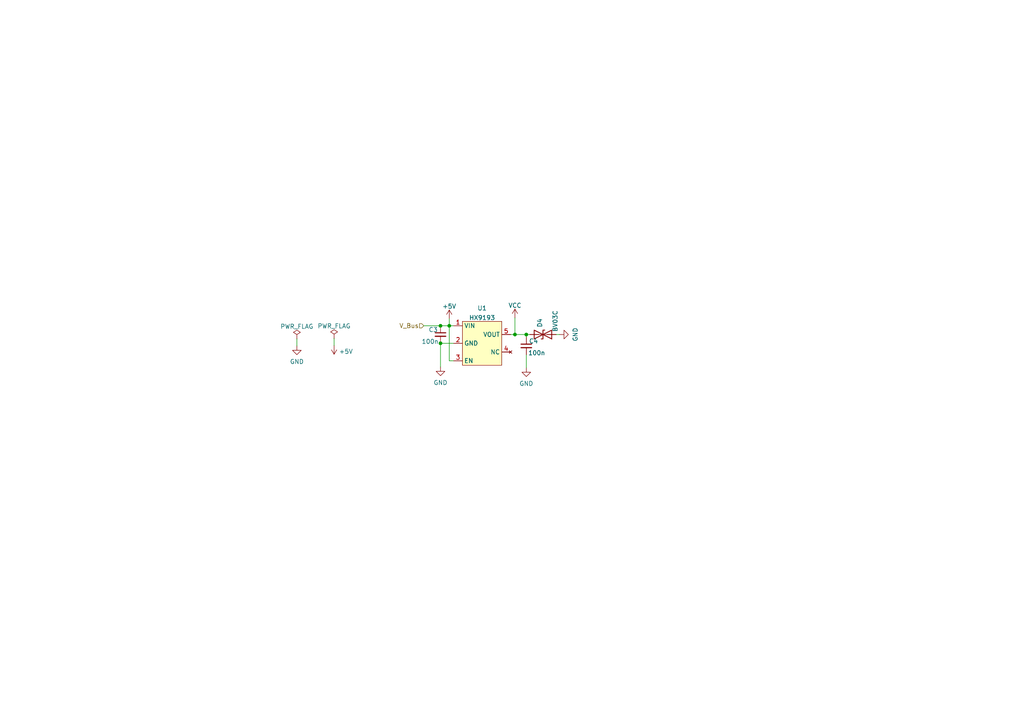
<source format=kicad_sch>
(kicad_sch (version 20230121) (generator eeschema)
  (paper "A4")
  (lib_symbols
    (symbol "Device:C_Small" (pin_numbers hide) (pin_names (offset 0.254) hide)
      (property "Reference" "C" (at 0.254 1.778 0))
      (property "Value" "C_Small" (at 0.254 -2.032 0))
      (symbol "C_Small_0_1"
        (polyline (pts (xy -1.524 -0.508) (xy 1.524 -0.508)) (stroke (width 0.3302)))
        (polyline (pts (xy -1.524 0.508) (xy 1.524 0.508)) (stroke (width 0.3048)))
      )
      (symbol "C_Small_1_1"
        (pin passive line (at 0 2.54 270) (length 2.032) (name "~") (number "1"))
        (pin passive line (at 0 -2.54 90) (length 2.032) (name "~") (number "2"))
      )
    )
    (symbol "Device:D_TVS" (pin_numbers hide) (pin_names (offset 1.016) hide)
      (property "Reference" "D" (at 0 2.54 0))
      (property "Value" "D_TVS" (at 0 -2.54 0))
      (symbol "D_TVS_0_1"
        (polyline (pts (xy 1.27 0) (xy -1.27 0)))
        (polyline (pts (xy 0.508 1.27) (xy 0 1.27) (xy 0 -1.27) (xy -0.508 -1.27)) (stroke (width 0.254)))
        (polyline (pts (xy -2.54 1.27) (xy -2.54 -1.27) (xy 2.54 1.27) (xy 2.54 -1.27) (xy -2.54 1.27)) (stroke (width 0.254)))
      )
      (symbol "D_TVS_1_1"
        (pin passive line (at -3.81 0 0) (length 2.54) (name "A1") (number "1"))
        (pin passive line (at 3.81 0 180) (length 2.54) (name "A2") (number "2"))
      )
    )
    (symbol "My_Library:HX9193"
      (property "Reference" "U" (at -5.08 7.62 0))
      (property "Value" "HX9193" (at 6.35 7.62 0))
      (symbol "HX9193_0_1"
        (rectangle (start -6.35 6.35) (end 5.08 -6.35) (fill (type background)))
      )
      (symbol "HX9193_1_1"
        (pin power_in line (at -8.89 5.08 0) (length 2.54) (name "VIN") (number "1"))
        (pin passive line (at -8.89 0 0) (length 2.54) (name "GND") (number "2"))
        (pin input line (at -8.89 -5.08 0) (length 2.54) (name "EN") (number "3"))
        (pin no_connect line (at 7.62 -2.54 180) (length 2.54) (name "NC") (number "4"))
        (pin power_out line (at 7.62 2.54 180) (length 2.54) (name "VOUT") (number "5"))
      )
    )
    (symbol "power:+5V" (power) (pin_names (offset 0))
      (property "Value" "+5V" (at 0 3.556 0))
      (symbol "+5V_0_1"
        (polyline (pts (xy -0.762 1.27) (xy 0 2.54)))
        (polyline (pts (xy 0 0) (xy 0 2.54)))
        (polyline (pts (xy 0 2.54) (xy 0.762 1.27)))
      )
      (symbol "+5V_1_1"
        (pin power_in line (at 0 0 90) (length 0) hide (name "+5V") (number "1"))
      )
    )
    (symbol "power:GND" (power) (pin_names (offset 0))
      (property "Value" "GND" (at 0 -3.81 0))
      (symbol "GND_0_1"
        (polyline (pts (xy 0 0) (xy 0 -1.27) (xy 1.27 -1.27) (xy 0 -2.54) (xy -1.27 -1.27) (xy 0 -1.27)))
      )
      (symbol "GND_1_1"
        (pin power_in line (at 0 0 270) (length 0) hide (name "GND") (number "1"))
      )
    )
    (symbol "power:PWR_FLAG" (power) (pin_numbers hide) (pin_names (offset 0) hide)
      (property "Value" "PWR_FLAG" (at 0 3.81 0))
      (symbol "PWR_FLAG_0_0"
        (pin power_out line (at 0 0 90) (length 0) (name "pwr") (number "1"))
      )
      (symbol "PWR_FLAG_0_1"
        (polyline (pts (xy 0 0) (xy 0 1.27) (xy -1.016 1.905) (xy 0 2.54) (xy 1.016 1.905) (xy 0 1.27)))
      )
    )
    (symbol "power:VCC" (power) (pin_names (offset 0))
      (property "Value" "VCC" (at 0 3.81 0))
      (symbol "VCC_0_1"
        (polyline (pts (xy -0.762 1.27) (xy 0 2.54)))
        (polyline (pts (xy 0 0) (xy 0 2.54)))
        (polyline (pts (xy 0 2.54) (xy 0.762 1.27)))
      )
      (symbol "VCC_1_1"
        (pin power_in line (at 0 0 90) (length 0) hide (name "VCC") (number "1"))
      )
    )
  )
  (junction (at 130.302 94.488))
  (junction (at 127.762 94.488))
  (junction (at 149.352 97.028))
  (junction (at 152.654 97.028))
  (junction (at 127.762 99.568))
  (wire (pts (xy 161.29 97.028) (xy 162.306 97.028)))
  (wire (pts (xy 130.302 92.456) (xy 130.302 94.488)))
  (wire (pts (xy 149.352 97.028) (xy 148.082 97.028)))
  (wire (pts (xy 152.654 102.87) (xy 152.654 106.68)))
  (wire (pts (xy 131.572 99.568) (xy 127.762 99.568)))
  (wire (pts (xy 130.302 104.648) (xy 130.302 94.488)))
  (wire (pts (xy 127.762 94.488) (xy 130.302 94.488)))
  (wire (pts (xy 130.302 94.488) (xy 131.572 94.488)))
  (wire (pts (xy 86.106 98.298) (xy 86.106 100.33)))
  (wire (pts (xy 149.352 97.028) (xy 152.654 97.028)))
  (wire (pts (xy 127.762 99.568) (xy 127.762 106.426)))
  (wire (pts (xy 96.901 98.171) (xy 96.901 100.203)))
  (wire (pts (xy 152.654 97.028) (xy 152.654 97.79)))
  (wire (pts (xy 131.572 104.648) (xy 130.302 104.648)))
  (wire (pts (xy 149.352 92.202) (xy 149.352 97.028)))
  (wire (pts (xy 152.654 97.028) (xy 153.67 97.028)))
  (wire (pts (xy 122.936 94.488) (xy 127.762 94.488)))
  (hierarchical_label "V_Bus" (shape input) (at 122.936 94.488 180))
  (symbol (lib_id "power:GND") (at 86.106 100.33 0) (unit 1)
    (property "Reference" "#PWR012" (effects hide))
    (property "Value" "GND" (at 86.106 104.8925 0))
  )
  (symbol (lib_id "Device:C_Small") (at 152.654 100.33 0) (mirror y) (unit 1)
    (property "Reference" "C4" (at 153.416 98.933 0) (effects (justify right)))
    (property "Value" "100n" (at 153.162 102.362 0) (effects (justify right)))
    (property "Footprint" "Capacitor_SMD:C_0603_1608Metric" (effects hide))
  )
  (symbol (lib_id "Device:C_Small") (at 127.762 97.028 0) (unit 1)
    (property "Reference" "C3" (at 127 95.631 0) (effects (justify right)))
    (property "Value" "100n" (at 127.254 99.06 0) (effects (justify right)))
    (property "Footprint" "Capacitor_SMD:C_0603_1608Metric" (effects hide))
  )
  (symbol (lib_id "power:PWR_FLAG") (at 86.106 98.298 0) (unit 1)
    (property "Reference" "#FLG02" (effects hide))
    (property "Value" "PWR_FLAG" (at 86.106 94.6935 0))
  )
  (symbol (lib_id "power:VCC") (at 149.352 92.202 0) (unit 1)
    (property "Reference" "#PWR09" (effects hide))
    (property "Value" "VCC" (at 149.352 88.5975 0))
  )
  (symbol (lib_id "My_Library:HX9193") (at 140.462 99.568 0) (unit 1)
    (property "Reference" "U1" (at 139.827 89.3785 0))
    (property "Value" "HX9193" (at 139.827 92.1536 0))
    (property "Footprint" "Package_TO_SOT_SMD:SOT-23-5_HandSoldering" (effects hide))
    (property "Datasheet" "https://item.szlcsc.com/280543.html" (effects hide))
  )
  (symbol (lib_id "power:PWR_FLAG") (at 96.901 98.171 0) (unit 1)
    (property "Reference" "#FLG01" (effects hide))
    (property "Value" "PWR_FLAG" (at 96.901 94.5665 0))
  )
  (symbol (lib_id "power:GND") (at 127.762 106.426 0) (unit 1)
    (property "Reference" "#PWR013" (effects hide))
    (property "Value" "GND" (at 127.762 110.9885 0))
  )
  (symbol (lib_id "power:GND") (at 162.306 97.028 90) (unit 1)
    (property "Reference" "#PWR06" (effects hide))
    (property "Value" "GND" (at 166.8685 97.028 0))
    (instances (project "USB2CAN" (path "" (reference "#PWR06") (unit 1)) (path "" (reference "#PWR0123") (unit 1))))
  )
  (symbol (lib_id "power:+5V") (at 96.901 100.203 180) (unit 1)
    (property "Reference" "#PWR011" (effects hide))
    (property "Value" "+5V" (at 98.298 101.952 0) (effects (justify right)))
  )
  (symbol (lib_id "power:GND") (at 152.654 106.68 0) (unit 1)
    (property "Reference" "#PWR014" (effects hide))
    (property "Value" "GND" (at 152.654 111.2425 0))
  )
  (symbol (lib_id "Device:D_TVS") (at 157.48 97.028 180) (unit 1)
    (property "Reference" "D4" (at 156.5715 94.996 90) (effects (justify right)))
    (property "Value" "BV03C" (at 161.036 96.266 90) (effects (justify right)))
    (property "Footprint" "Diode_SMD:D_SOD-323" (effects hide))
    (instances (project "USB2CAN" (path "" (reference "D4") (unit 1)) (path "" (reference "D13") (unit 1))))
  )
  (symbol (lib_id "power:+5V") (at 130.302 92.456 0) (unit 1)
    (property "Reference" "#PWR010" (effects hide))
    (property "Value" "+5V" (at 130.302 88.8515 0))
  )
)
</source>
